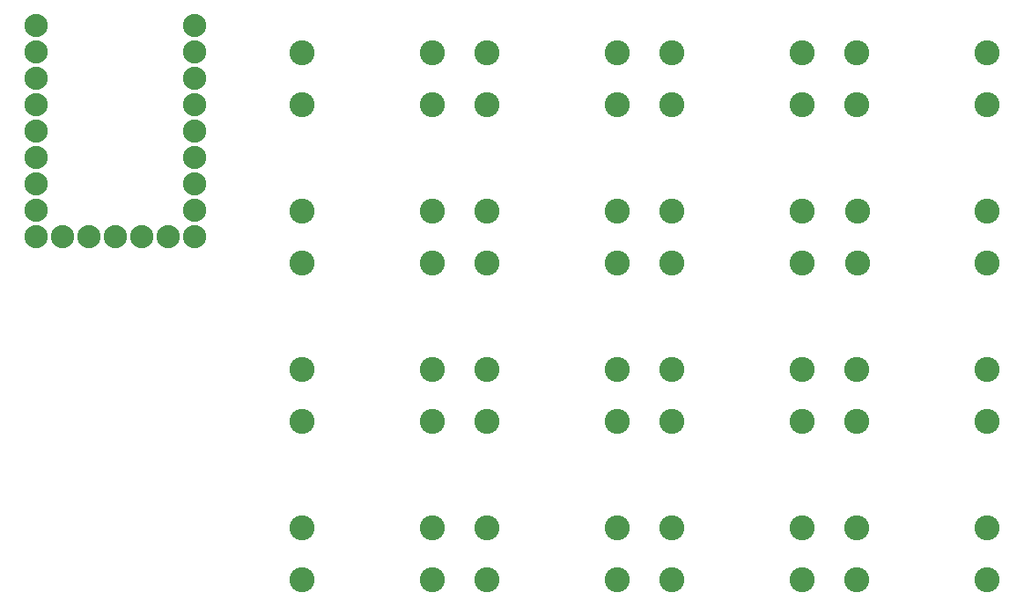
<source format=gbs>
G04 MADE WITH FRITZING*
G04 WWW.FRITZING.ORG*
G04 DOUBLE SIDED*
G04 HOLES PLATED*
G04 CONTOUR ON CENTER OF CONTOUR VECTOR*
%ASAXBY*%
%FSLAX23Y23*%
%MOIN*%
%OFA0B0*%
%SFA1.0B1.0*%
%ADD10C,0.088000*%
%ADD11C,0.095000*%
%LNMASK0*%
G90*
G70*
G54D10*
X141Y2298D03*
X141Y2198D03*
X141Y2098D03*
X141Y1998D03*
X141Y1898D03*
X141Y1798D03*
X141Y1698D03*
X141Y1598D03*
X141Y1498D03*
X241Y1498D03*
X341Y1498D03*
X441Y1498D03*
X541Y1498D03*
X641Y1498D03*
X741Y1498D03*
X741Y1598D03*
X741Y1698D03*
X741Y1798D03*
X741Y1898D03*
X741Y1998D03*
X740Y2098D03*
X741Y2198D03*
X741Y2298D03*
G54D11*
X3249Y395D03*
X3249Y198D03*
X3741Y198D03*
X3741Y395D03*
X2549Y395D03*
X2549Y198D03*
X3041Y198D03*
X3041Y395D03*
X1849Y395D03*
X1849Y198D03*
X2341Y198D03*
X2341Y395D03*
X1149Y395D03*
X1149Y198D03*
X1641Y198D03*
X1641Y395D03*
X3249Y995D03*
X3249Y798D03*
X3741Y798D03*
X3741Y995D03*
X2549Y995D03*
X2549Y798D03*
X3041Y798D03*
X3041Y995D03*
X1849Y995D03*
X1849Y798D03*
X2341Y798D03*
X2341Y995D03*
X1149Y995D03*
X1149Y798D03*
X1641Y798D03*
X1641Y995D03*
X3250Y1595D03*
X3250Y1398D03*
X3742Y1398D03*
X3742Y1595D03*
X2549Y1595D03*
X2549Y1398D03*
X3041Y1398D03*
X3041Y1595D03*
X1849Y1595D03*
X1849Y1398D03*
X2341Y1398D03*
X2341Y1595D03*
X1149Y1595D03*
X1149Y1398D03*
X1641Y1398D03*
X1641Y1595D03*
X3249Y2195D03*
X3249Y1998D03*
X3741Y1998D03*
X3741Y2195D03*
X2549Y2195D03*
X2549Y1998D03*
X3041Y1998D03*
X3041Y2195D03*
X1849Y2195D03*
X1849Y1998D03*
X2341Y1998D03*
X2341Y2195D03*
X1149Y2195D03*
X1149Y1998D03*
X1641Y1998D03*
X1641Y2195D03*
G04 End of Mask0*
M02*
</source>
